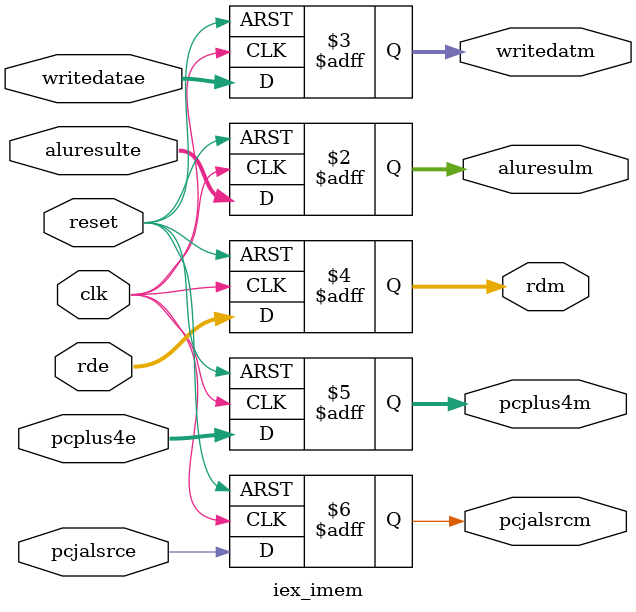
<source format=v>
module iex_imem(
  input             clk,
  input             reset,
  input             pcjalsrce,
  input      [31:0] aluresulte,
  input      [31:0] writedatae,
  input      [4:0]  rde,
  input      [31:0] pcplus4e,
  output reg [31:0] aluresulm,
  output reg [31:0] writedatm,
  output reg [4:0]  rdm,
  output reg [31:0] pcplus4m,
  output reg        pcjalsrcm
);

  always @(posedge clk or posedge reset) begin
    if (reset) begin
      aluresulm   <= 0;
      writedatm   <= 0;
      rdm         <= 0;
      pcplus4m    <= 0;
      pcjalsrcm   <= 0;
    end else begin
      aluresulm   <= aluresulte;
      writedatm   <= writedatae;
      rdm         <= rde;
      pcplus4m    <= pcplus4e;
      pcjalsrcm   <= pcjalsrce;
    end
  end

endmodule

</source>
